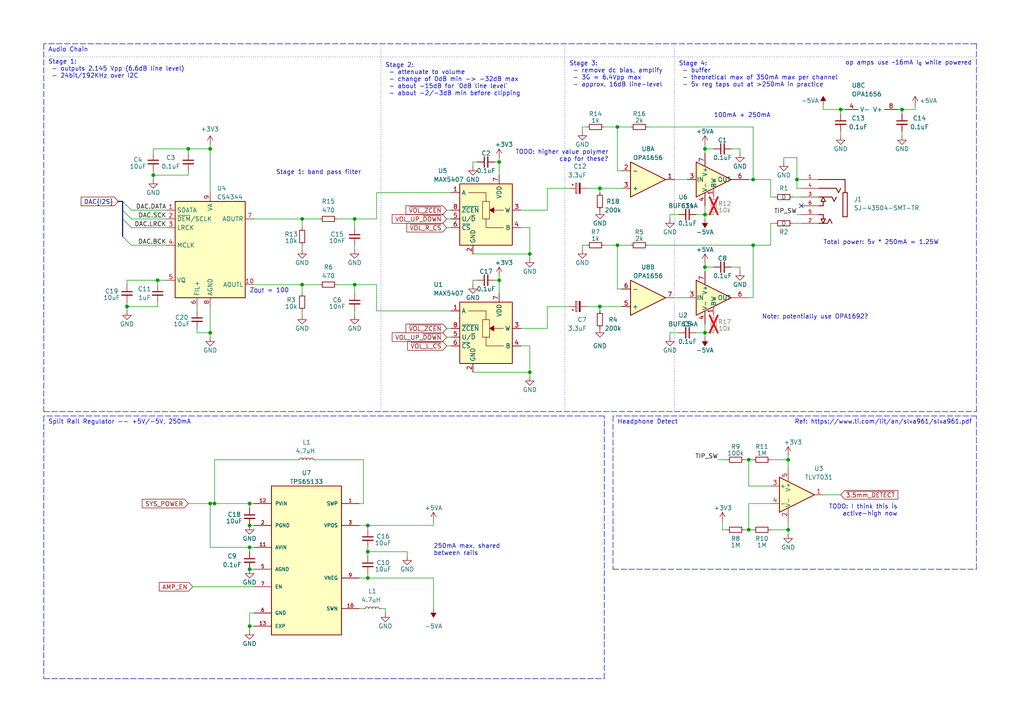
<source format=kicad_sch>
(kicad_sch (version 20230121) (generator eeschema)
  (paper "A4")
  (title_block (title "TANGARA") (date "2023-05-30") (rev "4") (company "made by jacqueline") (comment 1 "SPDX-License-Identifier: CERN-OHL-S-2.0"))
  (lib_symbols
    (symbol "Comparator:TLV7031DBV" (pin_names (offset 0.127))
      (property "Reference" "U" (at -1.27 6.35 0))
      (property "Value" "TLV7031DBV" (at -1.27 3.81 0))
      (symbol "TLV7031DBV_0_1"
        (polyline (pts (xy -5.08 5.08) (xy 5.08 0) (xy -5.08 -5.08) (xy -5.08 5.08)) (stroke (width 0.254)) (fill (type background)))
        (pin power_in line (at -2.54 -7.62 90) (length 3.81) (name "V-") (number "2"))
        (pin power_in line (at -2.54 7.62 270) (length 3.81) (name "V+") (number "5"))
      )
      (symbol "TLV7031DBV_1_1"
        (pin output line (at 7.62 0 180) (length 2.54) (name "~") (number "1"))
        (pin input line (at -7.62 2.54 0) (length 2.54) (name "+") (number "3"))
        (pin input line (at -7.62 -2.54 0) (length 2.54) (name "-") (number "4"))
      )
    )
    (symbol "Device:C_Polarized_Small" (pin_numbers hide) (pin_names (offset 0.254) hide)
      (property "Reference" "C" (at 0.254 1.778 0))
      (property "Value" "C_Polarized_Small" (at 0.254 -2.032 0))
      (symbol "C_Polarized_Small_0_1"
        (rectangle (start -1.524 -0.3048) (end 1.524 -0.6858) (fill (type outline)))
        (rectangle (start -1.524 0.6858) (end 1.524 0.3048))
        (polyline (pts (xy -1.27 1.524) (xy -0.762 1.524)))
        (polyline (pts (xy -1.016 1.27) (xy -1.016 1.778)))
      )
      (symbol "C_Polarized_Small_1_1"
        (pin passive line (at 0 2.54 270) (length 1.8542) (name "~") (number "1"))
        (pin passive line (at 0 -2.54 90) (length 1.8542) (name "~") (number "2"))
      )
    )
    (symbol "Device:C_Small" (pin_numbers hide) (pin_names (offset 0.254) hide)
      (property "Reference" "C" (at 0.254 1.778 0))
      (property "Value" "C_Small" (at 0.254 -2.032 0))
      (symbol "C_Small_0_1"
        (polyline (pts (xy -1.524 -0.508) (xy 1.524 -0.508)) (stroke (width 0.3302)))
        (polyline (pts (xy -1.524 0.508) (xy 1.524 0.508)) (stroke (width 0.3048)))
      )
      (symbol "C_Small_1_1"
        (pin passive line (at 0 2.54 270) (length 2.032) (name "~") (number "1"))
        (pin passive line (at 0 -2.54 90) (length 2.032) (name "~") (number "2"))
      )
    )
    (symbol "Device:L_Small" (pin_numbers hide) (pin_names (offset 0.254) hide)
      (property "Reference" "L" (at 0.762 1.016 0))
      (property "Value" "L_Small" (at 0.762 -1.016 0))
      (symbol "L_Small_0_1"
        (arc (start 0 -2.032) (mid 0.5058 -1.524) (end 0 -1.016))
        (arc (start 0 -1.016) (mid 0.5058 -0.508) (end 0 0))
        (arc (start 0 0) (mid 0.5058 0.508) (end 0 1.016))
        (arc (start 0 1.016) (mid 0.5058 1.524) (end 0 2.032))
      )
      (symbol "L_Small_1_1"
        (pin passive line (at 0 2.54 270) (length 0.508) (name "~") (number "1"))
        (pin passive line (at 0 -2.54 90) (length 0.508) (name "~") (number "2"))
      )
    )
    (symbol "Device:Opamp_Dual"
      (property "Reference" "U" (at 0 5.08 0))
      (property "Value" "Opamp_Dual" (at 0 -5.08 0))
      (symbol "Opamp_Dual_1_1"
        (polyline (pts (xy -5.08 5.08) (xy 5.08 0) (xy -5.08 -5.08) (xy -5.08 5.08)) (stroke (width 0.254)) (fill (type background)))
        (pin output line (at 7.62 0 180) (length 2.54) (name "~") (number "1"))
        (pin input line (at -7.62 -2.54 0) (length 2.54) (name "-") (number "2"))
        (pin input line (at -7.62 2.54 0) (length 2.54) (name "+") (number "3"))
      )
      (symbol "Opamp_Dual_2_1"
        (polyline (pts (xy -5.08 5.08) (xy 5.08 0) (xy -5.08 -5.08) (xy -5.08 5.08)) (stroke (width 0.254)) (fill (type background)))
        (pin input line (at -7.62 2.54 0) (length 2.54) (name "+") (number "5"))
        (pin input line (at -7.62 -2.54 0) (length 2.54) (name "-") (number "6"))
        (pin output line (at 7.62 0 180) (length 2.54) (name "~") (number "7"))
      )
      (symbol "Opamp_Dual_3_1"
        (pin power_in line (at -2.54 -7.62 90) (length 3.81) (name "V-") (number "4"))
        (pin power_in line (at -2.54 7.62 270) (length 3.81) (name "V+") (number "8"))
      )
    )
    (symbol "Device:R_Small" (pin_numbers hide) (pin_names (offset 0.254) hide)
      (property "Reference" "R" (at 0.762 0.508 0))
      (property "Value" "R_Small" (at 0.762 -1.016 0))
      (symbol "R_Small_0_1"
        (rectangle (start -0.762 1.778) (end 0.762 -1.778) (stroke (width 0.2032)))
      )
      (symbol "R_Small_1_1"
        (pin passive line (at 0 2.54 270) (length 0.762) (name "~") (number "1"))
        (pin passive line (at 0 -2.54 90) (length 0.762) (name "~") (number "2"))
      )
    )
    (symbol "MAX5407_1"
      (property "Reference" "U" (at -7.62 8.89 0))
      (property "Value" "MAX5407" (at 1.27 8.89 0))
      (symbol "MAX5407_1_0_1"
        (polyline (pts (xy 0 -2.54) (xy 0 -5.08) (xy 5.08 -5.08)))
        (polyline (pts (xy 5.08 0) (xy 3.81 0) (xy 1.27 0)))
        (polyline (pts (xy -5.08 5.08) (xy -2.54 5.08) (xy -2.54 5.08) (xy 0 5.08) (xy 0 2.54)))
      )
      (symbol "MAX5407_1_1_0"
        (pin passive line (at -10.16 -5.08 0) (length 2.54) (name "~{CS}") (number "6"))
        (pin passive line (at 3.81 10.16 270) (length 2.54) (name "VDD") (number "7"))
      )
      (symbol "MAX5407_1_1_1"
        (rectangle (start -7.62 7.62) (end 7.62 -10.16) (stroke (width 0.254)) (fill (type background)))
        (polyline (pts (xy 2.286 -0.762) (xy 2.286 0.762) (xy 1.016 0) (xy 2.286 -0.762)) (fill (type outline)))
        (rectangle (start 1.016 -2.54) (end -1.016 2.54))
        (pin passive line (at -10.16 5.08 0) (length 2.54) (name "A") (number "1"))
        (pin passive line (at -3.81 -12.7 90) (length 2.54) (name "GND") (number "2"))
        (pin passive line (at 10.16 0 180) (length 2.54) (name "W") (number "3"))
        (pin passive line (at 10.16 -5.08 180) (length 2.54) (name "B") (number "4"))
        (pin power_in line (at -10.16 -2.54 0) (length 2.54) (name "U/~{D}") (number "5"))
        (pin power_in line (at -10.16 0 0) (length 2.54) (name "~{ZCEN}") (number "8"))
      )
    )
    (symbol "power:+3V3" (power) (pin_names (offset 0))
      (property "Value" "+3V3" (at 0 3.556 0))
      (symbol "+3V3_0_1"
        (polyline (pts (xy -0.762 1.27) (xy 0 2.54)))
        (polyline (pts (xy 0 0) (xy 0 2.54)))
        (polyline (pts (xy 0 2.54) (xy 0.762 1.27)))
      )
      (symbol "+3V3_1_1"
        (pin power_in line (at 0 0 90) (length 0) hide (name "+3V3") (number "1"))
      )
    )
    (symbol "power:+5VA" (power) (pin_names (offset 0))
      (property "Value" "+5VA" (at 0 3.556 0))
      (symbol "+5VA_0_1"
        (polyline (pts (xy -0.762 1.27) (xy 0 2.54)))
        (polyline (pts (xy 0 0) (xy 0 2.54)))
        (polyline (pts (xy 0 2.54) (xy 0.762 1.27)))
      )
      (symbol "+5VA_1_1"
        (pin power_in line (at 0 0 90) (length 0) hide (name "+5VA") (number "1"))
      )
    )
    (symbol "power:-5VA" (power) (pin_names (offset 0))
      (property "Value" "-5VA" (at 0 3.81 0))
      (symbol "-5VA_0_0"
        (pin power_in line (at 0 0 90) (length 0) hide (name "-5VA") (number "1"))
      )
      (symbol "-5VA_0_1"
        (polyline (pts (xy 0 0) (xy 0 1.27) (xy 0.762 1.27) (xy 0 2.54) (xy -0.762 1.27) (xy 0 1.27)) (fill (type outline)))
      )
    )
    (symbol "power:GND" (power) (pin_names (offset 0))
      (property "Value" "GND" (at 0 -3.81 0))
      (symbol "GND_0_1"
        (polyline (pts (xy 0 0) (xy 0 -1.27) (xy 1.27 -1.27) (xy 0 -2.54) (xy -1.27 -1.27) (xy 0 -1.27)))
      )
      (symbol "GND_1_1"
        (pin power_in line (at 0 0 270) (length 0) hide (name "GND") (number "1"))
      )
    )
    (symbol "symbols:BUF634A" (pin_names (offset 0.127))
      (property "Reference" "U" (at 6.35 2.54 0))
      (property "Value" "BUF634A" (at 7.62 -2.54 0))
      (symbol "BUF634A_0_1"
        (polyline (pts (xy 5.08 0) (xy -5.08 5.08) (xy -5.08 -5.08) (xy 5.08 0)) (stroke (width 0.254)) (fill (type background)))
      )
      (symbol "BUF634A_1_1"
        (pin input line (at 0 -5.08 90) (length 2.54) (name "BW") (number "1"))
        (pin no_connect line (at -1.27 -1.27 180) (length 2.54) hide (name "NC") (number "2"))
        (pin input line (at -7.62 0 0) (length 2.54) (name "IN") (number "3"))
        (pin power_in line (at -2.54 -7.62 90) (length 3.81) (name "V-") (number "4"))
        (pin no_connect line (at -5.08 -2.54 0) (length 2.54) hide (name "NC") (number "5"))
        (pin output line (at 10.16 0 180) (length 5.08) (name "OUT") (number "6"))
        (pin power_in line (at -2.54 7.62 270) (length 3.81) (name "V+") (number "7"))
        (pin no_connect line (at 0 0 180) (length 2.54) hide (name "NC") (number "8"))
        (pin power_in line (at -2.54 -7.62 90) (length 2.54) hide (name "EP") (number "9"))
      )
    )
    (symbol "symbols:CS4334_1"
      (property "Reference" "U" (at -10.16 8.89 0))
      (property "Value" "CS4334" (at 6.35 -8.89 0))
      (symbol "CS4334_1_0_1"
        (rectangle (start -10.16 7.62) (end 10.16 -20.32) (stroke (width 0.254)) (fill (type background)))
      )
      (symbol "CS4334_1_1_0"
        (pin output line (at -12.7 -15.24 0) (length 2.54) (name "VQ") (number "5"))
        (pin output line (at -3.81 -22.86 90) (length 2.54) (name "FIL+") (number "6"))
      )
      (symbol "CS4334_1_1_1"
        (pin input line (at -12.7 5.08 0) (length 2.54) (name "SDATA") (number "1"))
        (pin output line (at 12.7 -16.51 180) (length 2.54) (name "AOUTL") (number "10"))
        (pin input line (at -12.7 2.54 0) (length 2.54) (name "~{DEM}/SCLK") (number "2"))
        (pin input line (at -12.7 0 0) (length 2.54) (name "LRCK") (number "3"))
        (pin input line (at -12.7 -5.08 0) (length 2.54) (name "MCLK") (number "4"))
        (pin output line (at 12.7 2.54 180) (length 2.54) (name "AOUTR") (number "7"))
        (pin power_in line (at 0 -22.86 90) (length 2.54) (name "AGND") (number "8"))
        (pin power_in line (at 0 10.16 270) (length 2.54) (name "VA") (number "9"))
      )
    )
    (symbol "symbols:MAX5407"
      (property "Reference" "U" (at -7.62 8.89 0))
      (property "Value" "MAX5407" (at 1.27 8.89 0))
      (symbol "MAX5407_0_1"
        (polyline (pts (xy 0 -2.54) (xy 0 -5.08) (xy 5.08 -5.08)))
        (polyline (pts (xy 5.08 0) (xy 3.81 0) (xy 1.27 0)))
        (polyline (pts (xy -5.08 5.08) (xy -2.54 5.08) (xy -2.54 5.08) (xy 0 5.08) (xy 0 2.54)))
      )
      (symbol "MAX5407_1_0"
        (pin passive line (at -10.16 -5.08 0) (length 2.54) (name "~{CS}") (number "6"))
        (pin passive line (at 3.81 10.16 270) (length 2.54) (name "VDD") (number "7"))
      )
      (symbol "MAX5407_1_1"
        (rectangle (start -7.62 7.62) (end 7.62 -10.16) (stroke (width 0.254)) (fill (type background)))
        (polyline (pts (xy 2.286 -0.762) (xy 2.286 0.762) (xy 1.016 0) (xy 2.286 -0.762)) (fill (type outline)))
        (rectangle (start 1.016 -2.54) (end -1.016 2.54))
        (pin passive line (at -10.16 5.08 0) (length 2.54) (name "A") (number "1"))
        (pin passive line (at -3.81 -12.7 90) (length 2.54) (name "GND") (number "2"))
        (pin passive line (at 10.16 0 180) (length 2.54) (name "W") (number "3"))
        (pin passive line (at 10.16 -5.08 180) (length 2.54) (name "B") (number "4"))
        (pin power_in line (at -10.16 -2.54 0) (length 2.54) (name "U/~{D}") (number "5"))
        (pin power_in line (at -10.16 0 0) (length 2.54) (name "~{ZCEN}") (number "8"))
      )
    )
    (symbol "symbols:SJ-43504-SMT-TR" (pin_names (offset 1.016))
      (property "Reference" "J" (at -8.9086 6.3633 0))
      (property "Value" "SJ-43504-SMT-TR" (at -8.8984 -11.4407 0))
      (symbol "SJ-43504-SMT-TR_0_0"
        (polyline (pts (xy -8.255 -5.715) (xy -8.255 1.27)) (stroke (width 0.254)))
        (polyline (pts (xy -8.255 1.27) (xy -7.62 1.27)) (stroke (width 0.254)))
        (polyline (pts (xy -7.62 1.27) (xy -6.985 1.27)) (stroke (width 0.254)))
        (polyline (pts (xy -7.62 5.08) (xy -7.62 1.27)) (stroke (width 0.254)))
        (polyline (pts (xy -6.985 -5.715) (xy -8.255 -5.715)) (stroke (width 0.254)))
        (polyline (pts (xy -6.985 1.27) (xy -6.985 -5.715)) (stroke (width 0.254)))
        (polyline (pts (xy -5.715 1.27) (xy -6.35 2.54)) (stroke (width 0.254)))
        (polyline (pts (xy -5.08 2.54) (xy -5.715 1.27)) (stroke (width 0.254)))
        (polyline (pts (xy -4.445 -1.27) (xy -5.08 0)) (stroke (width 0.254)))
        (polyline (pts (xy -3.81 0) (xy -4.445 -1.27)) (stroke (width 0.254)))
        (polyline (pts (xy -3.175 -6.35) (xy -3.81 -7.62)) (stroke (width 0.254)))
        (polyline (pts (xy -2.54 -7.62) (xy -3.175 -6.35)) (stroke (width 0.254)))
        (polyline (pts (xy -1.905 -6.35) (xy -1.27 -6.35)) (stroke (width 0.254)))
        (polyline (pts (xy -1.905 -1.27) (xy -1.27 -1.27)) (stroke (width 0.254)))
        (polyline (pts (xy -1.27 -7.62) (xy -2.54 -7.62)) (stroke (width 0.254)))
        (polyline (pts (xy -1.27 -7.62) (xy -1.905 -6.35)) (stroke (width 0.254)))
        (polyline (pts (xy -1.27 -6.35) (xy -0.635 -6.35)) (stroke (width 0.254)))
        (polyline (pts (xy -1.27 -5.08) (xy -1.27 -6.35)) (stroke (width 0.254)))
        (polyline (pts (xy -1.27 -2.54) (xy -1.27 -1.27)) (stroke (width 0.254)))
        (polyline (pts (xy -1.27 -1.27) (xy -0.635 -1.27)) (stroke (width 0.254)))
        (polyline (pts (xy -1.27 0) (xy -3.81 0)) (stroke (width 0.254)))
        (polyline (pts (xy -1.27 0) (xy -1.905 -1.27)) (stroke (width 0.254)))
        (polyline (pts (xy -0.635 -6.35) (xy -1.27 -7.62)) (stroke (width 0.254)))
        (polyline (pts (xy -0.635 -1.27) (xy -1.27 0)) (stroke (width 0.254)))
        (polyline (pts (xy 0 -7.62) (xy -1.27 -7.62)) (stroke (width 0.254)))
        (polyline (pts (xy 0 -5.08) (xy -1.27 -5.08)) (stroke (width 0.254)))
        (polyline (pts (xy 0 -2.54) (xy -1.27 -2.54)) (stroke (width 0.254)))
        (polyline (pts (xy 0 0) (xy -1.27 0)) (stroke (width 0.254)))
        (polyline (pts (xy 0 2.54) (xy -5.08 2.54)) (stroke (width 0.254)))
        (polyline (pts (xy 0 5.08) (xy -7.62 5.08)) (stroke (width 0.254)))
        (pin passive line (at 5.08 5.08 180) (length 5.08) (name "~") (number "1"))
        (pin passive line (at 5.08 -7.62 180) (length 5.08) (name "~") (number "2"))
        (pin passive line (at 5.08 0 180) (length 5.08) (name "~") (number "3"))
        (pin passive line (at 5.08 2.54 180) (length 5.08) (name "~") (number "4"))
        (pin passive line (at 5.08 -5.08 180) (length 5.08) (name "~") (number "5"))
        (pin passive line (at 5.08 -2.54 180) (length 5.08) (name "~") (number "6"))
      )
    )
    (symbol "symbols:TPS65135RTER" (pin_names (offset 1.016))
      (property "Reference" "U" (at -10.16 23.622 0))
      (property "Value" "TPS65135RTER" (at -10.16 -22.86 0))
      (symbol "TPS65135RTER_0_0"
        (rectangle (start -10.16 22.86) (end 10.16 -20.32) (stroke (width 0.254)) (fill (type background)))
        (pin bidirectional line (at 15.24 17.78 180) (length 5.08) (name "SWP") (number "1"))
        (pin bidirectional line (at 15.24 -12.7 180) (length 5.08) (name "SWN") (number "10"))
        (pin bidirectional line (at -15.24 5.08 0) (length 5.08) (name "AVIN") (number "11"))
        (pin bidirectional line (at -15.24 17.78 0) (length 5.08) (name "PVIN") (number "12"))
        (pin power_in line (at -15.24 -17.78 0) (length 5.08) (name "EXP") (number "13"))
        (pin power_in line (at -15.24 11.43 0) (length 5.08) (name "PGND") (number "2"))
        (pin output line (at 15.24 11.43 180) (length 5.08) (name "VPOS") (number "3"))
        (pin power_in line (at -15.24 -13.97 0) (length 5.08) hide (name "GND") (number "4"))
        (pin input line (at -15.24 -1.27 0) (length 5.08) (name "AGND") (number "5"))
        (pin power_in line (at -15.24 -13.97 0) (length 5.08) (name "GND") (number "6"))
        (pin input line (at -15.24 -6.35 0) (length 5.08) (name "EN") (number "7"))
        (pin output line (at -15.24 -13.97 0) (length 5.08) hide (name "GND") (number "8"))
        (pin output line (at 15.24 -3.81 180) (length 5.08) (name "VNEG") (number "9"))
      )
    )
  )
  (junction (at 204.47 43.18))
  (junction (at 261.62 31.75))
  (junction (at 153.67 107.95))
  (junction (at 44.45 50.8))
  (junction (at 45.72 81.28))
  (junction (at 60.96 96.52))
  (junction (at 36.83 88.9))
  (junction (at 54.61 43.18))
  (junction (at 87.63 82.55))
  (junction (at 179.07 71.12))
  (junction (at 204.47 96.52))
  (junction (at 60.96 146.05))
  (junction (at 228.6 153.67))
  (junction (at 72.39 181.61))
  (junction (at 144.78 81.28))
  (junction (at 153.67 73.66))
  (junction (at 106.68 167.64))
  (junction (at 72.39 165.1))
  (junction (at 218.44 71.12))
  (junction (at 72.39 152.4))
  (junction (at 173.99 54.61))
  (junction (at 60.96 43.18))
  (junction (at 179.07 36.83))
  (junction (at 173.99 88.9))
  (junction (at 72.39 158.75))
  (junction (at 62.23 146.05))
  (junction (at 231.14 52.07))
  (junction (at 218.44 52.07))
  (junction (at 217.17 133.35))
  (junction (at 106.68 152.4))
  (junction (at 102.87 82.55))
  (junction (at 106.68 160.02))
  (junction (at 144.78 46.99))
  (junction (at 72.39 146.05))
  (junction (at 204.47 77.47))
  (junction (at 217.17 153.67))
  (junction (at 243.84 31.75))
  (junction (at 204.47 62.23))
  (junction (at 87.63 63.5))
  (junction (at 228.6 133.35))
  (junction (at 102.87 63.5))
  (no_connect (at 232.41 59.69))
  (bus_entry (at 35.56 63.5) (size 2.54 2.54))
  (bus_entry (at 35.56 60.96) (size 2.54 2.54))
  (bus_entry (at 35.56 58.42) (size 2.54 2.54))
  (bus_entry (at 35.56 68.58) (size 2.54 2.54))
  (wire (pts (xy 57.15 90.17) (xy 57.15 88.9)))
  (wire (pts (xy 153.67 107.95) (xy 153.67 100.33)))
  (wire (pts (xy 54.61 43.18) (xy 60.96 43.18)))
  (wire (pts (xy 104.14 146.05) (xy 105.41 146.05)))
  (polyline (pts (xy 175.26 120.65) (xy 12.7 120.65)) (stroke (width 0) (type dash)))
  (polyline (pts (xy 12.7 16.51) (xy 283.21 16.51)) (stroke (width 0) (type dot)))
  (wire (pts (xy 214.63 43.18) (xy 212.09 43.18)))
  (wire (pts (xy 44.45 49.53) (xy 44.45 50.8)))
  (wire (pts (xy 54.61 50.8) (xy 44.45 50.8)))
  (wire (pts (xy 207.01 77.47) (xy 204.47 77.47)))
  (polyline (pts (xy 283.21 12.7) (xy 12.7 12.7)) (stroke (width 0) (type dash)))
  (wire (pts (xy 261.62 31.75) (xy 260.35 31.75)))
  (wire (pts (xy 180.34 83.82) (xy 179.07 83.82)))
  (wire (pts (xy 137.16 107.95) (xy 153.67 107.95)))
  (polyline (pts (xy 283.21 119.38) (xy 283.21 12.7)) (stroke (width 0) (type dash)))
  (wire (pts (xy 60.96 43.18) (xy 60.96 55.88)))
  (wire (pts (xy 238.76 31.75) (xy 243.84 31.75)))
  (polyline (pts (xy 163.83 12.7) (xy 163.83 119.38)) (stroke (width 0) (type dot)))
  (wire (pts (xy 153.67 66.04) (xy 151.13 66.04)))
  (wire (pts (xy 62.23 133.35) (xy 86.36 133.35)))
  (wire (pts (xy 105.41 176.53) (xy 104.14 176.53)))
  (wire (pts (xy 243.84 31.75) (xy 245.11 31.75)))
  (wire (pts (xy 223.52 57.15) (xy 224.79 57.15)))
  (wire (pts (xy 44.45 44.45) (xy 44.45 43.18)))
  (wire (pts (xy 60.96 158.75) (xy 60.96 146.05)))
  (wire (pts (xy 151.13 95.25) (xy 158.75 95.25)))
  (wire (pts (xy 223.52 140.97) (xy 217.17 140.97)))
  (wire (pts (xy 153.67 73.66) (xy 153.67 66.04)))
  (wire (pts (xy 143.51 81.28) (xy 144.78 81.28)))
  (wire (pts (xy 173.99 88.9) (xy 180.34 88.9)))
  (wire (pts (xy 209.55 153.67) (xy 210.82 153.67)))
  (wire (pts (xy 111.76 176.53) (xy 111.76 177.8)))
  (wire (pts (xy 261.62 39.37) (xy 261.62 38.1)))
  (wire (pts (xy 60.96 146.05) (xy 62.23 146.05)))
  (polyline (pts (xy 283.21 120.65) (xy 177.8 120.65)) (stroke (width 0) (type dash)))
  (wire (pts (xy 238.76 143.51) (xy 243.84 143.51)))
  (bus (pts (xy 35.56 60.96) (xy 35.56 63.5)))
  (wire (pts (xy 227.33 45.72) (xy 227.33 46.99)))
  (wire (pts (xy 129.54 97.79) (xy 130.81 97.79)))
  (wire (pts (xy 179.07 36.83) (xy 182.88 36.83)))
  (wire (pts (xy 105.41 146.05) (xy 105.41 133.35)))
  (wire (pts (xy 207.01 43.18) (xy 204.47 43.18)))
  (wire (pts (xy 151.13 60.96) (xy 158.75 60.96)))
  (wire (pts (xy 106.68 152.4) (xy 106.68 153.67)))
  (wire (pts (xy 194.31 63.5) (xy 194.31 62.23)))
  (wire (pts (xy 60.96 96.52) (xy 60.96 88.9)))
  (wire (pts (xy 243.84 33.02) (xy 243.84 31.75)))
  (wire (pts (xy 72.39 182.88) (xy 72.39 181.61)))
  (wire (pts (xy 137.16 82.55) (xy 137.16 81.28)))
  (wire (pts (xy 228.6 132.08) (xy 228.6 133.35)))
  (wire (pts (xy 187.96 71.12) (xy 218.44 71.12)))
  (wire (pts (xy 125.73 167.64) (xy 106.68 167.64)))
  (wire (pts (xy 223.52 57.15) (xy 223.52 52.07)))
  (wire (pts (xy 109.22 55.88) (xy 109.22 63.5)))
  (wire (pts (xy 231.14 52.07) (xy 232.41 52.07)))
  (wire (pts (xy 62.23 146.05) (xy 62.23 133.35)))
  (wire (pts (xy 204.47 62.23) (xy 207.01 62.23)))
  (wire (pts (xy 153.67 74.93) (xy 153.67 73.66)))
  (wire (pts (xy 217.17 140.97) (xy 217.17 133.35)))
  (wire (pts (xy 158.75 60.96) (xy 158.75 54.61)))
  (wire (pts (xy 261.62 33.02) (xy 261.62 31.75)))
  (bus (pts (xy 35.56 63.5) (xy 35.56 68.58)))
  (wire (pts (xy 102.87 82.55) (xy 109.22 82.55)))
  (wire (pts (xy 54.61 43.18) (xy 54.61 44.45)))
  (wire (pts (xy 265.43 31.75) (xy 261.62 31.75)))
  (wire (pts (xy 223.52 146.05) (xy 217.17 146.05)))
  (wire (pts (xy 194.31 62.23) (xy 196.85 62.23)))
  (wire (pts (xy 106.68 160.02) (xy 106.68 161.29)))
  (wire (pts (xy 125.73 151.13) (xy 125.73 152.4)))
  (wire (pts (xy 231.14 45.72) (xy 227.33 45.72)))
  (polyline (pts (xy 283.21 165.1) (xy 283.21 120.65)) (stroke (width 0) (type dash)))
  (wire (pts (xy 218.44 52.07) (xy 218.44 36.83)))
  (wire (pts (xy 44.45 43.18) (xy 54.61 43.18)))
  (wire (pts (xy 137.16 73.66) (xy 153.67 73.66)))
  (wire (pts (xy 215.9 153.67) (xy 217.17 153.67)))
  (wire (pts (xy 87.63 63.5) (xy 92.71 63.5)))
  (wire (pts (xy 179.07 49.53) (xy 179.07 36.83)))
  (wire (pts (xy 223.52 52.07) (xy 218.44 52.07)))
  (wire (pts (xy 106.68 152.4) (xy 125.73 152.4)))
  (wire (pts (xy 204.47 97.79) (xy 204.47 96.52)))
  (wire (pts (xy 36.83 88.9) (xy 36.83 90.17)))
  (wire (pts (xy 204.47 41.91) (xy 204.47 43.18)))
  (wire (pts (xy 215.9 133.35) (xy 217.17 133.35)))
  (wire (pts (xy 73.66 82.55) (xy 87.63 82.55)))
  (wire (pts (xy 223.52 71.12) (xy 218.44 71.12)))
  (wire (pts (xy 38.1 60.96) (xy 48.26 60.96)))
  (wire (pts (xy 137.16 46.99) (xy 138.43 46.99)))
  (wire (pts (xy 38.1 63.5) (xy 48.26 63.5)))
  (wire (pts (xy 201.93 62.23) (xy 204.47 62.23)))
  (wire (pts (xy 187.96 36.83) (xy 218.44 36.83)))
  (wire (pts (xy 223.52 133.35) (xy 228.6 133.35)))
  (wire (pts (xy 109.22 90.17) (xy 130.81 90.17)))
  (wire (pts (xy 231.14 62.23) (xy 232.41 62.23)))
  (wire (pts (xy 104.14 152.4) (xy 106.68 152.4)))
  (wire (pts (xy 62.23 146.05) (xy 72.39 146.05)))
  (wire (pts (xy 218.44 86.36) (xy 218.44 71.12)))
  (wire (pts (xy 173.99 90.17) (xy 173.99 88.9)))
  (wire (pts (xy 153.67 109.22) (xy 153.67 107.95)))
  (bus (pts (xy 34.29 58.42) (xy 35.56 58.42)))
  (wire (pts (xy 170.18 54.61) (xy 173.99 54.61)))
  (wire (pts (xy 72.39 181.61) (xy 73.66 181.61)))
  (wire (pts (xy 57.15 95.25) (xy 57.15 96.52)))
  (wire (pts (xy 173.99 55.88) (xy 173.99 54.61)))
  (bus (pts (xy 35.56 58.42) (xy 35.56 60.96)))
  (polyline (pts (xy 177.8 165.1) (xy 283.21 165.1)) (stroke (width 0) (type dash)))
  (wire (pts (xy 170.18 88.9) (xy 173.99 88.9)))
  (wire (pts (xy 106.68 158.75) (xy 106.68 160.02)))
  (wire (pts (xy 217.17 153.67) (xy 218.44 153.67)))
  (wire (pts (xy 194.31 96.52) (xy 196.85 96.52)))
  (wire (pts (xy 54.61 146.05) (xy 60.96 146.05)))
  (polyline (pts (xy 12.7 12.7) (xy 12.7 119.38)) (stroke (width 0) (type dash)))
  (wire (pts (xy 228.6 154.94) (xy 228.6 153.67)))
  (wire (pts (xy 87.63 85.09) (xy 87.63 82.55)))
  (wire (pts (xy 204.47 96.52) (xy 204.47 93.98)))
  (wire (pts (xy 204.47 76.2) (xy 204.47 77.47)))
  (wire (pts (xy 231.14 52.07) (xy 231.14 45.72)))
  (polyline (pts (xy 175.26 196.85) (xy 175.26 120.65)) (stroke (width 0) (type dash)))
  (wire (pts (xy 57.15 96.52) (xy 60.96 96.52)))
  (wire (pts (xy 194.31 97.79) (xy 194.31 96.52)))
  (wire (pts (xy 137.16 81.28) (xy 138.43 81.28)))
  (wire (pts (xy 102.87 72.39) (xy 102.87 71.12)))
  (wire (pts (xy 73.66 63.5) (xy 87.63 63.5)))
  (wire (pts (xy 231.14 54.61) (xy 232.41 54.61)))
  (wire (pts (xy 87.63 91.44) (xy 87.63 90.17)))
  (wire (pts (xy 204.47 62.23) (xy 204.47 59.69)))
  (wire (pts (xy 195.58 52.07) (xy 199.39 52.07)))
  (wire (pts (xy 158.75 95.25) (xy 158.75 88.9)))
  (wire (pts (xy 153.67 100.33) (xy 151.13 100.33)))
  (wire (pts (xy 217.17 133.35) (xy 218.44 133.35)))
  (wire (pts (xy 54.61 49.53) (xy 54.61 50.8)))
  (wire (pts (xy 144.78 80.01) (xy 144.78 81.28)))
  (wire (pts (xy 223.52 64.77) (xy 223.52 71.12)))
  (wire (pts (xy 118.11 160.02) (xy 106.68 160.02)))
  (wire (pts (xy 214.63 77.47) (xy 212.09 77.47)))
  (wire (pts (xy 87.63 72.39) (xy 87.63 71.12)))
  (wire (pts (xy 102.87 63.5) (xy 109.22 63.5)))
  (wire (pts (xy 243.84 39.37) (xy 243.84 38.1)))
  (wire (pts (xy 87.63 66.04) (xy 87.63 63.5)))
  (polyline (pts (xy 12.7 120.65) (xy 12.7 196.85)) (stroke (width 0) (type dash)))
  (wire (pts (xy 55.88 170.18) (xy 73.66 170.18)))
  (wire (pts (xy 265.43 31.75) (xy 265.43 30.48)))
  (wire (pts (xy 104.14 167.64) (xy 106.68 167.64)))
  (polyline (pts (xy 12.7 196.85) (xy 175.26 196.85)) (stroke (width 0) (type dash)))
  (wire (pts (xy 60.96 97.79) (xy 60.96 96.52)))
  (wire (pts (xy 129.54 63.5) (xy 130.81 63.5)))
  (wire (pts (xy 72.39 165.1) (xy 73.66 165.1)))
  (wire (pts (xy 129.54 100.33) (xy 130.81 100.33)))
  (wire (pts (xy 72.39 158.75) (xy 73.66 158.75)))
  (wire (pts (xy 209.55 151.13) (xy 209.55 153.67)))
  (wire (pts (xy 129.54 60.96) (xy 130.81 60.96)))
  (wire (pts (xy 129.54 66.04) (xy 130.81 66.04)))
  (wire (pts (xy 72.39 152.4) (xy 73.66 152.4)))
  (wire (pts (xy 223.52 64.77) (xy 224.79 64.77)))
  (wire (pts (xy 144.78 85.09) (xy 144.78 81.28)))
  (wire (pts (xy 204.47 63.5) (xy 204.47 62.23)))
  (wire (pts (xy 137.16 48.26) (xy 137.16 46.99)))
  (wire (pts (xy 143.51 46.99) (xy 144.78 46.99)))
  (wire (pts (xy 173.99 54.61) (xy 180.34 54.61)))
  (wire (pts (xy 38.1 71.12) (xy 48.26 71.12)))
  (wire (pts (xy 125.73 176.53) (xy 125.73 167.64)))
  (wire (pts (xy 105.41 133.35) (xy 91.44 133.35)))
  (wire (pts (xy 36.83 81.28) (xy 36.83 82.55)))
  (wire (pts (xy 204.47 96.52) (xy 207.01 96.52)))
  (wire (pts (xy 208.28 133.35) (xy 210.82 133.35)))
  (wire (pts (xy 45.72 87.63) (xy 45.72 88.9)))
  (wire (pts (xy 217.17 86.36) (xy 218.44 86.36)))
  (wire (pts (xy 72.39 146.05) (xy 72.39 147.32)))
  (wire (pts (xy 195.58 86.36) (xy 199.39 86.36)))
  (wire (pts (xy 72.39 146.05) (xy 73.66 146.05)))
  (wire (pts (xy 106.68 166.37) (xy 106.68 167.64)))
  (wire (pts (xy 204.47 43.18) (xy 204.47 44.45)))
  (wire (pts (xy 102.87 91.44) (xy 102.87 90.17)))
  (wire (pts (xy 102.87 82.55) (xy 102.87 85.09)))
  (wire (pts (xy 110.49 176.53) (xy 111.76 176.53)))
  (wire (pts (xy 180.34 49.53) (xy 179.07 49.53)))
  (wire (pts (xy 175.26 36.83) (xy 179.07 36.83)))
  (wire (pts (xy 109.22 55.88) (xy 130.81 55.88)))
  (wire (pts (xy 204.47 77.47) (xy 204.47 78.74)))
  (wire (pts (xy 217.17 52.07) (xy 218.44 52.07)))
  (wire (pts (xy 168.91 38.1) (xy 168.91 36.83)))
  (wire (pts (xy 129.54 95.25) (xy 130.81 95.25)))
  (wire (pts (xy 179.07 83.82) (xy 179.07 71.12)))
  (wire (pts (xy 228.6 133.35) (xy 228.6 135.89)))
  (wire (pts (xy 72.39 158.75) (xy 60.96 158.75)))
  (wire (pts (xy 87.63 82.55) (xy 92.71 82.55)))
  (wire (pts (xy 158.75 54.61) (xy 165.1 54.61)))
  (wire (pts (xy 38.1 66.04) (xy 48.26 66.04)))
  (wire (pts (xy 48.26 81.28) (xy 45.72 81.28)))
  (wire (pts (xy 45.72 81.28) (xy 36.83 81.28)))
  (wire (pts (xy 45.72 88.9) (xy 36.83 88.9)))
  (wire (pts (xy 201.93 96.52) (xy 204.47 96.52)))
  (wire (pts (xy 36.83 87.63) (xy 36.83 88.9)))
  (wire (pts (xy 214.63 44.45) (xy 214.63 43.18)))
  (wire (pts (xy 217.17 146.05) (xy 217.17 153.67)))
  (wire (pts (xy 118.11 161.29) (xy 118.11 160.02)))
  (wire (pts (xy 73.66 177.8) (xy 72.39 177.8)))
  (wire (pts (xy 72.39 160.02) (xy 72.39 158.75)))
  (wire (pts (xy 168.91 72.39) (xy 168.91 71.12)))
  (wire (pts (xy 179.07 71.12) (xy 182.88 71.12)))
  (wire (pts (xy 45.72 81.28) (xy 45.72 82.55)))
  (wire (pts (xy 223.52 153.67) (xy 228.6 153.67)))
  (wire (pts (xy 231.14 52.07) (xy 231.14 54.61)))
  (polyline (pts (xy 110.49 12.7) (xy 110.49 119.38)) (stroke (width 0) (type dot)))
  (wire (pts (xy 102.87 63.5) (xy 102.87 66.04)))
  (wire (pts (xy 97.79 82.55) (xy 102.87 82.55)))
  (polyline (pts (xy 195.58 12.7) (xy 195.58 119.38)) (stroke (width 0) (type dot)))
  (polyline (pts (xy 177.8 120.65) (xy 177.8 165.1)) (stroke (width 0) (type dash)))
  (wire (pts (xy 44.45 52.07) (xy 44.45 50.8)))
  (wire (pts (xy 168.91 71.12) (xy 170.18 71.12)))
  (wire (pts (xy 238.76 31.75) (xy 238.76 30.48)))
  (wire (pts (xy 97.79 63.5) (xy 102.87 63.5)))
  (wire (pts (xy 144.78 50.8) (xy 144.78 46.99)))
  (wire (pts (xy 228.6 153.67) (xy 228.6 151.13)))
  (wire (pts (xy 175.26 71.12) (xy 179.07 71.12)))
  (wire (pts (xy 144.78 45.72) (xy 144.78 46.99)))
  (wire (pts (xy 214.63 78.74) (xy 214.63 77.47)))
  (wire (pts (xy 109.22 82.55) (xy 109.22 90.17)))
  (polyline (pts (xy 12.7 119.38) (xy 283.21 119.38)) (stroke (width 0) (type dash)))
  (wire (pts (xy 60.96 41.91) (xy 60.96 43.18)))
  (wire (pts (xy 229.87 57.15) (xy 232.41 57.15)))
  (wire (pts (xy 229.87 64.77) (xy 232.41 64.77)))
  (wire (pts (xy 72.39 177.8) (xy 72.39 181.61)))
  (wire (pts (xy 158.75 88.9) (xy 165.1 88.9)))
  (wire (pts (xy 168.91 36.83) (xy 170.18 36.83)))
  (text "Stage 2:\n - attenuate to volume\n - change of 0dB min -> -32dB max\n - about -15dB for `0dB line level`\n - about -2/-3dB min before clipping" (at 111.76 27.94 0) (effects (font (size 1.27 1.27)) (justify left bottom)))
  (text "Note: potentially use OPA1692?" (at 220.98 92.71 0) (effects (font (size 1.27 1.27)) (justify left bottom)))
  (text "100mA + 250mA" (at 207.01 34.29 0) (effects (font (size 1.27 1.27)) (justify left bottom)))
  (text "Stage 3:\n - remove dc bias, amplify\n - 3G = 6.4Vpp max\n - approx. 16dB line-level" (at 165.1 25.4 0) (effects (font (size 1.27 1.27)) (justify left bottom)))
  (text "TODO: higher value polymer\ncap for these?" (at 176.53 46.99 0) (effects (font (size 1.27 1.27)) (justify right bottom)))
  (text "Audio Chain\n" (at 13.97 15.24 0) (effects (font (size 1.27 1.27)) (justify left bottom)))
  (text "Total power: 5v * 250mA = 1.25W" (at 238.76 71.12 0) (effects (font (size 1.27 1.27)) (justify left bottom)))
  (text "TODO: I think this is\nactive-high now" (at 260.35 149.86 0) (effects (font (size 1.27 1.27)) (justify right bottom)))
  (text "Ref: https://www.ti.com/lit/an/slva961/slva961.pdf" (at 281.94 123.19 0) (effects (font (size 1.27 1.27)) (justify right bottom)))
  (text "Stage 1:\n - outputs 2.145 Vpp (6.6dB line level)\n - 24bit/192KHz over I2C" (at 13.97 22.86 0) (effects (font (size 1.27 1.27)) (justify left bottom)))
  (text "250mA max, shared\nbetween rails" (at 125.73 161.29 0) (effects (font (size 1.27 1.27)) (justify left bottom)))
  (text "Z_{OUT} = 100" (at 72.39 85.09 0) (effects (font (size 1.27 1.27)) (justify left bottom)))
  (text "op amps use ~16mA I_{q} while powered" (at 281.94 19.05 0) (effects (font (size 1.27 1.27)) (justify right bottom)))
  (text "Stage 4:\n - buffer\n - theoretical max of 350mA max per channel\n - 5v reg taps out at >250mA in practice" (at 196.85 25.4 0) (effects (font (size 1.27 1.27)) (justify left bottom)))
  (text "Headphone Detect" (at 179.07 123.19 0) (effects (font (size 1.27 1.27)) (justify left bottom)))
  (text "Split Rail Regulator -- +5V/-5V, 250mA" (at 13.97 123.19 0) (effects (font (size 1.27 1.27)) (justify left bottom)))
  (text "Stage 1: band pass filter" (at 80.01 50.8 0) (effects (font (size 1.27 1.27)) (justify left bottom)))
  (label "TIP_SW" (at 231.14 62.23 180))
  (label "DAC.LRCK" (at 48.26 66.04 180))
  (label "TIP_SW" (at 208.28 133.35 180))
  (label "DAC.BCK" (at 48.26 71.12 180))
  (label "DAC.DATA" (at 48.26 60.96 180))
  (label "DAC.SCK" (at 48.26 63.5 180))
  (global_label "~{VOL_L_CS}" (shape input) (at 129.54 100.33 180) (property "Intersheetrefs" "${INTERSHEET_REFS}" (effects hide)))
  (global_label "VOL_UP_~{DOWN}" (shape input) (at 129.54 97.79 180) (property "Intersheetrefs" "${INTERSHEET_REFS}" (effects hide)))
  (global_label "~{VOL_ZCEN}" (shape input) (at 129.54 95.25 180) (property "Intersheetrefs" "${INTERSHEET_REFS}" (effects hide)))
  (global_label "~{3.5mm_DETECT}" (shape input) (at 243.84 143.51 0) (property "Intersheetrefs" "${INTERSHEET_REFS}" (effects hide)))
  (global_label "AMP_EN" (shape input) (at 55.88 170.18 180) (property "Intersheetrefs" "${INTERSHEET_REFS}" (effects hide)))
  (global_label "~{VOL_R_CS}" (shape input) (at 129.54 66.04 180) (property "Intersheetrefs" "${INTERSHEET_REFS}" (effects hide)))
  (global_label "~{VOL_ZCEN}" (shape input) (at 129.54 60.96 180) (property "Intersheetrefs" "${INTERSHEET_REFS}" (effects hide)))
  (global_label "SYS_POWER" (shape input) (at 54.61 146.05 180) (property "Intersheetrefs" "${INTERSHEET_REFS}" (effects hide)))
  (global_label "VOL_UP_~{DOWN}" (shape input) (at 129.54 63.5 180) (property "Intersheetrefs" "${INTERSHEET_REFS}" (effects hide)))
  (global_label "DAC{I2S}" (shape input) (at 34.29 58.42 180) (property "Intersheetrefs" "${INTERSHEET_REFS}" (effects hide)))
  (symbol (lib_id "Device:Opamp_Dual") (at 187.96 52.07 0) (mirror x) (unit 1)
    (property "Reference" "U8" (at 187.96 43.18 0))
    (property "Value" "OPA1656" (at 187.96 45.72 0))
    (property "Footprint" "Package_SO:SO-8_3.9x4.9mm_P1.27mm" (effects hide))
    (property "MPN" "OPA1656IDR" (effects hide))
  )
  (symbol (lib_id "power:GND") (at 72.39 165.1 0) (unit 1)
    (property "Reference" "#PWR015" (effects hide))
    (property "Value" "GND" (at 72.39 168.91 0))
  )
  (symbol (lib_id "symbols:SJ-43504-SMT-TR") (at 237.49 57.15 0) (mirror y) (unit 1)
    (property "Reference" "J1" (at 247.65 57.785 0) (effects (justify right)))
    (property "Value" "SJ-43504-SMT-TR" (at 247.65 60.325 0) (effects (justify right)))
    (property "Footprint" "footprints:CUI_SJ-43504-SMT-TR" (effects hide))
    (property "MPN" "SJ-43504-SMT-TR" (effects hide))
  )
  (symbol (lib_id "Device:R_Small") (at 87.63 68.58 180) (unit 1)
    (property "Reference" "R13" (at 84.455 67.945 0))
    (property "Value" "10k" (at 84.455 69.85 0))
    (property "Footprint" "Resistor_SMD:R_0603_1608Metric" (effects hide))
    (property "MPN" "AC0603JR-0710KL" (effects hide))
  )
  (symbol (lib_id "Device:R_Small") (at 185.42 71.12 90) (unit 1)
    (property "Reference" "R5" (at 185.42 67.31 90))
    (property "Value" "2k" (at 185.42 69.215 90))
    (property "Footprint" "Resistor_SMD:R_0603_1608Metric" (effects hide))
    (property "MPN" "ERJ-3RBD2001V " (effects hide))
  )
  (symbol (lib_id "power:GND") (at 228.6 154.94 0) (unit 1)
    (property "Reference" "#PWR048" (effects hide))
    (property "Value" "GND" (at 228.6 158.75 0))
  )
  (symbol (lib_id "power:GND") (at 194.31 97.79 0) (mirror y) (unit 1)
    (property "Reference" "#PWR09" (effects hide))
    (property "Value" "GND" (at 194.31 101.6 0))
  )
  (symbol (lib_id "Device:C_Small") (at 209.55 77.47 90) (unit 1)
    (property "Reference" "C8" (at 209.55 74.93 90))
    (property "Value" "0.1uF" (at 209.55 80.01 90))
    (property "Footprint" "Capacitor_SMD:C_0603_1608Metric" (effects hide))
    (property "MPN" "EMK107BJ104KAHT" (effects hide))
  )
  (symbol (lib_id "Device:R_Small") (at 207.01 59.69 0) (unit 1) (dnp yes)
    (property "Reference" "R12" (at 210.185 59.055 0))
    (property "Value" "10k" (at 210.185 60.96 0))
    (property "Footprint" "Resistor_SMD:R_0603_1608Metric" (effects hide))
    (property "MPN" "AC0603JR-0710KL" (effects hide))
  )
  (symbol (lib_id "Device:C_Small") (at 102.87 68.58 0) (unit 1)
    (property "Reference" "C15" (at 97.79 67.945 0))
    (property "Value" "10nF" (at 97.79 69.85 0))
    (property "Footprint" "Capacitor_SMD:C_0603_1608Metric" (effects hide))
    (property "MPN" "GRM1885C1H103JA01J" (effects hide))
  )
  (symbol (lib_id "power:+3V3") (at 209.55 151.13 0) (mirror y) (unit 1)
    (property "Reference" "#PWR047" (effects hide))
    (property "Value" "+3V3" (at 207.01 147.32 0) (effects (justify right)))
  )
  (symbol (lib_id "power:+5VA") (at 125.73 151.13 0) (unit 1)
    (property "Reference" "#PWR019" (effects hide))
    (property "Value" "+5VA" (at 125.73 147.32 0))
  )
  (symbol (lib_id "Device:L_Small") (at 107.95 176.53 270) (mirror x) (unit 1)
    (property "Reference" "L1" (at 109.22 171.45 90) (effects (justify right)))
    (property "Value" "4.7uH" (at 110.49 173.99 90) (effects (justify right)))
    (property "Footprint" "Inductor_SMD:L_1008_2520Metric" (effects hide))
    (property "MPN" "1239AS-H-4R7M" (effects hide))
  )
  (symbol (lib_id "power:GND") (at 173.99 60.96 0) (unit 1)
    (property "Reference" "#PWR033" (effects hide))
    (property "Value" "GND" (at 173.99 64.77 0))
  )
  (symbol (lib_id "Device:Opamp_Dual") (at 252.73 34.29 270) (unit 3)
    (property "Reference" "U8" (at 247.015 24.765 90) (effects (justify left)))
    (property "Value" "OPA1656" (at 247.015 27.305 90) (effects (justify left)))
    (property "Footprint" "Package_SO:SO-8_3.9x4.9mm_P1.27mm" (effects hide))
    (property "MPN" "OPA1656IDR" (effects hide))
  )
  (symbol (lib_id "Device:C_Small") (at 106.68 163.83 0) (unit 1)
    (property "Reference" "C10" (at 111.125 163.195 0))
    (property "Value" "10uF" (at 111.125 165.1 0))
    (property "Footprint" "Capacitor_SMD:C_0805_2012Metric" (effects hide))
    (property "MPN" "CL21A106KOQNNNG" (effects hide))
  )
  (symbol (lib_id "power:GND") (at 261.62 39.37 0) (unit 1)
    (property "Reference" "#PWR037" (effects hide))
    (property "Value" "GND" (at 261.62 43.18 0))
  )
  (symbol (lib_id "Device:C_Small") (at 44.45 46.99 0) (mirror y) (unit 1)
    (property "Reference" "C4" (at 40.005 46.355 0))
    (property "Value" "10uF" (at 40.005 48.26 0))
    (property "Footprint" "Capacitor_SMD:C_0805_2012Metric" (effects hide))
    (property "MPN" "CL21A106KOQNNNG" (effects hide))
  )
  (symbol (lib_id "power:+5VA") (at 204.47 41.91 0) (unit 1)
    (property "Reference" "#PWR026" (effects hide))
    (property "Value" "+5VA" (at 204.47 38.1 0))
  )
  (symbol (lib_id "symbols:TPS65135RTER") (at 88.9 163.83 0) (unit 1)
    (property "Reference" "U7" (at 88.9 137.16 0))
    (property "Value" "TPS65133" (at 88.9 139.7 0))
    (property "Footprint" "footprints:SON40P300X300X80-13N" (effects hide))
    (property "MPN" "TPS65133DPDR" (effects hide))
  )
  (symbol (lib_id "power:GND") (at 153.67 74.93 0) (unit 1)
    (property "Reference" "#PWR044" (effects hide))
    (property "Value" "GND" (at 153.67 78.74 0))
  )
  (symbol (lib_id "power:-5VA") (at 204.47 63.5 180) (unit 1)
    (property "Reference" "#PWR028" (effects hide))
    (property "Value" "-5VA" (at 204.47 67.31 0))
  )
  (symbol (lib_id "power:GND") (at 87.63 72.39 0) (unit 1)
    (property "Reference" "#PWR020" (effects hide))
    (property "Value" "GND" (at 87.63 76.2 0))
  )
  (symbol (lib_id "Device:C_Small") (at 54.61 46.99 0) (unit 1)
    (property "Reference" "C3" (at 49.53 45.72 0))
    (property "Value" "0.1uF" (at 49.53 48.26 0))
    (property "Footprint" "Capacitor_SMD:C_0603_1608Metric" (effects hide))
    (property "MPN" "EMK107BJ104KAHT" (effects hide))
  )
  (symbol (lib_id "Device:C_Small") (at 36.83 85.09 0) (mirror y) (unit 1)
    (property "Reference" "C19" (at 32.385 84.455 0))
    (property "Value" "10uF" (at 32.385 86.36 0))
    (property "Footprint" "Capacitor_SMD:C_0805_2012Metric" (effects hide))
    (property "MPN" "CL21A106KOQNNNG" (effects hide))
  )
  (symbol (lib_id "Comparator:TLV7031DBV") (at 231.14 143.51 0) (unit 1)
    (property "Reference" "U3" (at 237.49 135.89 0))
    (property "Value" "TLV7031" (at 237.49 138.43 0))
    (property "Footprint" "Package_TO_SOT_SMD:SOT-23-5" (effects hide))
    (property "Datasheet" "https://www.ti.com/lit/ds/symlink/tlv7031.pdf" (effects hide))
    (property "MPN" "TLV7031DBV" (effects hide))
  )
  (symbol (lib_id "power:GND") (at 102.87 72.39 0) (unit 1)
    (property "Reference" "#PWR017" (effects hide))
    (property "Value" "GND" (at 102.87 76.2 0))
  )
  (symbol (lib_id "power:+5VA") (at 204.47 76.2 0) (unit 1)
    (property "Reference" "#PWR030" (effects hide))
    (property "Value" "+5VA" (at 204.47 72.39 0))
  )
  (symbol (lib_id "Device:C_Polarized_Small") (at 167.64 88.9 90) (unit 1)
    (property "Reference" "C7" (at 170.18 92.71 90) (effects (justify left)))
    (property "Value" "3.3uF" (at 170.18 95.25 90) (effects (justify left)))
    (property "Footprint" "Capacitor_Tantalum_SMD:CP_EIA-2012-15_AVX-P" (effects hide))
    (property "MPN" "F381V335MSA " (effects hide))
  )
  (symbol (lib_id "power:GND") (at 60.96 97.79 0) (unit 1)
    (property "Reference" "#PWR06" (effects hide))
    (property "Value" "GND" (at 60.96 101.6 0))
  )
  (symbol (lib_id "Device:C_Small") (at 140.97 46.99 90) (mirror x) (unit 1)
    (property "Reference" "C2" (at 140.97 44.45 90))
    (property "Value" "0.1uF" (at 140.97 49.53 90))
    (property "Footprint" "Capacitor_SMD:C_0603_1608Metric" (effects hide))
    (property "MPN" "EMK107BJ104KAHT" (effects hide))
  )
  (symbol (lib_id "power:+3V3") (at 144.78 45.72 0) (mirror y) (unit 1)
    (property "Reference" "#PWR042" (effects hide))
    (property "Value" "+3V3" (at 143.51 41.91 0) (effects (justify right)))
  )
  (symbol (lib_id "power:GND") (at 214.63 78.74 0) (unit 1)
    (property "Reference" "#PWR036" (effects hide))
    (property "Value" "GND" (at 214.63 82.55 0))
  )
  (symbol (lib_id "Device:R_Small") (at 220.98 133.35 90) (unit 1)
    (property "Reference" "R11" (at 220.98 129.54 90))
    (property "Value" "1M" (at 220.98 131.445 90))
    (property "Footprint" "Resistor_SMD:R_0603_1608Metric" (effects hide))
    (property "MPN" "AC0603FR-131ML" (effects hide))
  )
  (symbol (lib_id "Device:C_Small") (at 45.72 85.09 0) (unit 1)
    (property "Reference" "C11" (at 41.91 83.82 0))
    (property "Value" "1uF" (at 41.91 86.36 0))
    (property "Footprint" "Capacitor_SMD:C_0805_2012Metric" (effects hide))
    (property "MPN" "EMK212BJ105KG-T" (effects hide))
  )
  (symbol (lib_id "Device:C_Small") (at 199.39 96.52 270) (mirror x) (unit 1)
    (property "Reference" "C5" (at 199.39 93.98 90))
    (property "Value" "0.1uF" (at 199.39 99.06 90))
    (property "Footprint" "Capacitor_SMD:C_0603_1608Metric" (effects hide))
    (property "MPN" "EMK107BJ104KAHT" (effects hide))
  )
  (symbol (lib_id "Device:C_Small") (at 199.39 62.23 270) (mirror x) (unit 1)
    (property "Reference" "C11" (at 199.39 59.69 90))
    (property "Value" "0.1uF" (at 199.39 64.77 90))
    (property "Footprint" "Capacitor_SMD:C_0603_1608Metric" (effects hide))
    (property "MPN" "EMK107BJ104KAHT" (effects hide))
  )
  (symbol (lib_id "Device:C_Small") (at 57.15 92.71 0) (mirror y) (unit 1)
    (property "Reference" "C20" (at 52.705 92.075 0))
    (property "Value" "10uF" (at 52.705 93.98 0))
    (property "Footprint" "Capacitor_SMD:C_0805_2012Metric" (effects hide))
    (property "MPN" "CL21A106KOQNNNG" (effects hide))
  )
  (symbol (lib_id "power:GND") (at 168.91 72.39 0) (unit 1)
    (property "Reference" "#PWR032" (effects hide))
    (property "Value" "GND" (at 168.91 76.2 0))
  )
  (symbol (lib_name "MAX5407_1") (lib_id "symbols:MAX5407") (at 140.97 60.96 0) (unit 1)
    (property "Reference" "U5" (at 127 49.53 0) (effects (justify left)))
    (property "Value" "MAX5407" (at 125.73 52.07 0) (effects (justify left)))
    (property "Footprint" "Package_TO_SOT_SMD:SOT-23-8" (effects hide))
    (property "Datasheet" "http://ww1.microchip.com/downloads/en/DeviceDoc/21978c.pdf, MSOP-8" (effects hide))
    (property "MPN" "MAX5407EKA+T" (effects hide))
  )
  (symbol (lib_id "power:-5VA") (at 204.47 97.79 180) (unit 1)
    (property "Reference" "#PWR029" (effects hide))
    (property "Value" "-5VA" (at 204.47 101.6 0))
  )
  (symbol (lib_id "Device:R_Small") (at 213.36 133.35 90) (unit 1)
    (property "Reference" "R9" (at 213.36 129.54 90))
    (property "Value" "100k" (at 213.36 131.445 90))
    (property "Footprint" "Resistor_SMD:R_0603_1608Metric" (effects hide))
    (property "MPN" "RC0603JR-10100KL" (effects hide))
  )
  (symbol (lib_id "power:GND") (at 168.91 38.1 0) (unit 1)
    (property "Reference" "#PWR031" (effects hide))
    (property "Value" "GND" (at 168.91 41.91 0))
  )
  (symbol (lib_id "power:GND") (at 194.31 63.5 0) (mirror y) (unit 1)
    (property "Reference" "#PWR02" (effects hide))
    (property "Value" "GND" (at 194.31 67.31 0))
  )
  (symbol (lib_id "power:GND") (at 214.63 44.45 0) (unit 1)
    (property "Reference" "#PWR035" (effects hide))
    (property "Value" "GND" (at 214.63 48.26 0))
  )
  (symbol (lib_id "symbols:MAX5407") (at 140.97 95.25 0) (unit 1)
    (property "Reference" "U1" (at 125.73 82.55 0) (effects (justify left)))
    (property "Value" "MAX5407" (at 125.73 85.09 0) (effects (justify left)))
    (property "Footprint" "Package_TO_SOT_SMD:SOT-23-8" (effects hide))
    (property "Datasheet" "http://ww1.microchip.com/downloads/en/DeviceDoc/21978c.pdf, MSOP-8" (effects hide))
    (property "MPN" "MAX5407EKA+T" (effects hide))
  )
  (symbol (lib_id "Device:R_Small") (at 220.98 153.67 270) (mirror x) (unit 1)
    (property "Reference" "R10" (at 220.98 156.21 90))
    (property "Value" "1M" (at 220.98 158.115 90))
    (property "Footprint" "Resistor_SMD:R_0603_1608Metric" (effects hide))
    (property "MPN" "AC0603FR-131ML" (effects hide))
  )
  (symbol (lib_id "power:+3V3") (at 144.78 80.01 0) (mirror y) (unit 1)
    (property "Reference" "#PWR041" (effects hide))
    (property "Value" "+3V3" (at 143.51 76.2 0) (effects (justify right)))
  )
  (symbol (lib_id "power:+3V3") (at 60.96 41.91 0) (unit 1)
    (property "Reference" "#PWR07" (effects hide))
    (property "Value" "+3V3" (at 63.5 37.465 0) (effects (justify right)))
  )
  (symbol (lib_id "power:GND") (at 137.16 82.55 0) (mirror y) (unit 1)
    (property "Reference" "#PWR040" (effects hide))
    (property "Value" "GND" (at 137.16 86.36 0))
  )
  (symbol (lib_id "power:GND") (at 102.87 91.44 0) (unit 1)
    (property "Reference" "#PWR016" (effects hide))
    (property "Value" "GND" (at 102.87 95.25 0))
  )
  (symbol (lib_id "Device:L_Small") (at 88.9 133.35 270) (mirror x) (unit 1)
    (property "Reference" "L1" (at 90.17 128.27 90) (effects (justify right)))
    (property "Value" "4.7uH" (at 91.44 130.81 90) (effects (justify right)))
    (property "Footprint" "Inductor_SMD:L_1008_2520Metric" (effects hide))
    (property "MPN" "1239AS-H-4R7M" (effects hide))
  )
  (symbol (lib_id "power:GND") (at 153.67 109.22 0) (unit 1)
    (property "Reference" "#PWR045" (effects hide))
    (property "Value" "GND" (at 153.67 113.03 0))
  )
  (symbol (lib_id "Device:R_Small") (at 172.72 36.83 90) (unit 1)
    (property "Reference" "R14" (at 172.72 33.02 90))
    (property "Value" "1k" (at 172.72 34.925 90))
    (property "Footprint" "Resistor_SMD:R_0603_1608Metric" (effects hide))
    (property "MPN" "ERJ-3RBD1001V" (effects hide))
  )
  (symbol (lib_id "Device:R_Small") (at 173.99 58.42 0) (mirror x) (unit 1)
    (property "Reference" "R18" (at 177.8 58.42 0))
    (property "Value" "200k" (at 177.8 60.96 0))
    (property "Footprint" "Resistor_SMD:R_0603_1608Metric" (effects hide))
    (property "MPN" "ERJ-3RED2003V " (effects hide))
  )
  (symbol (lib_id "Device:C_Small") (at 243.84 35.56 0) (mirror y) (unit 1)
    (property "Reference" "C13" (at 248.92 34.29 0))
    (property "Value" "0.1uF" (at 248.92 36.83 0))
    (property "Footprint" "Capacitor_SMD:C_0603_1608Metric" (effects hide))
    (property "MPN" "EMK107BJ104KAHT" (effects hide))
  )
  (symbol (lib_id "power:GND") (at 227.33 46.99 0) (unit 1)
    (property "Reference" "#PWR018" (effects hide))
    (property "Value" "GND" (at 227.33 50.8 0))
  )
  (symbol (lib_id "power:GND") (at 36.83 90.17 0) (unit 1)
    (property "Reference" "#PWR014" (effects hide))
    (property "Value" "GND" (at 36.83 93.98 0))
  )
  (symbol (lib_id "power:GND") (at 44.45 52.07 0) (unit 1)
    (property "Reference" "#PWR08" (effects hide))
    (property "Value" "GND" (at 44.45 55.88 0))
  )
  (symbol (lib_id "Device:R_Small") (at 227.33 64.77 90) (unit 1)
    (property "Reference" "R2" (at 227.33 67.31 90))
    (property "Value" "0" (at 227.33 64.77 90))
    (property "Footprint" "Resistor_SMD:R_0603_1608Metric" (effects hide))
  )
  (symbol (lib_id "power:GND") (at 72.39 152.4 0) (unit 1)
    (property "Reference" "#PWR024" (effects hide))
    (property "Value" "GND" (at 72.39 156.21 0))
  )
  (symbol (lib_id "Device:C_Polarized_Small") (at 167.64 54.61 90) (mirror x) (unit 1)
    (property "Reference" "C12" (at 170.18 48.26 90) (effects (justify left)))
    (property "Value" "3.3uF" (at 170.18 50.8 90) (effects (justify left)))
    (property "Footprint" "Capacitor_Tantalum_SMD:CP_EIA-2012-15_AVX-P" (effects hide))
    (property "MPN" "F381V335MSA " (effects hide))
  )
  (symbol (lib_id "Device:Opamp_Dual") (at 187.96 86.36 0) (mirror x) (unit 2)
    (property "Reference" "U8" (at 187.96 77.47 0))
    (property "Value" "OPA1656" (at 187.96 80.01 0))
    (property "Footprint" "Package_SO:SO-8_3.9x4.9mm_P1.27mm" (effects hide))
    (property "MPN" "OPA1656IDR" (effects hide))
  )
  (symbol (lib_id "power:GND") (at 111.76 177.8 0) (unit 1)
    (property "Reference" "#PWR039" (effects hide))
    (property "Value" "GND" (at 111.76 181.61 0))
  )
  (symbol (lib_id "Device:R_Small") (at 172.72 71.12 90) (unit 1)
    (property "Reference" "R7" (at 172.72 67.31 90))
    (property "Value" "1k" (at 172.72 69.215 90))
    (property "Footprint" "Resistor_SMD:R_0603_1608Metric" (effects hide))
    (property "MPN" "ERJ-3RBD1001V" (effects hide))
  )
  (symbol (lib_id "power:GND") (at 173.99 95.25 0) (unit 1)
    (property "Reference" "#PWR034" (effects hide))
    (property "Value" "GND" (at 173.99 100.33 0))
  )
  (symbol (lib_id "Device:R_Small") (at 95.25 63.5 90) (unit 1)
    (property "Reference" "R15" (at 95.25 58.42 90))
    (property "Value" "470" (at 95.25 60.96 90))
    (property "Footprint" "Resistor_SMD:R_0805_2012Metric" (effects hide))
    (property "MPN" "ERJ-6RBD4700V " (effects hide))
  )
  (symbol (lib_id "Device:R_Small") (at 227.33 57.15 90) (unit 1)
    (property "Reference" "R1" (at 227.33 54.61 90))
    (property "Value" "0" (at 227.33 57.15 90))
    (property "Footprint" "Resistor_SMD:R_0603_1608Metric" (effects hide))
  )
  (symbol (lib_id "Device:R_Small") (at 87.63 87.63 180) (unit 1)
    (property "Reference" "R3" (at 84.455 86.995 0))
    (property "Value" "10k" (at 84.455 88.9 0))
    (property "Footprint" "Resistor_SMD:R_0603_1608Metric" (effects hide))
    (property "MPN" "AC0603JR-0710KL" (effects hide))
  )
  (symbol (lib_id "power:GND") (at 137.16 48.26 0) (mirror y) (unit 1)
    (property "Reference" "#PWR043" (effects hide))
    (property "Value" "GND" (at 137.16 52.07 0))
  )
  (symbol (lib_id "power:GND") (at 87.63 91.44 0) (unit 1)
    (property "Reference" "#PWR021" (effects hide))
    (property "Value" "GND" (at 87.63 95.25 0))
  )
  (symbol (lib_id "power:GND") (at 118.11 161.29 0) (unit 1)
    (property "Reference" "#PWR013" (effects hide))
    (property "Value" "GND" (at 118.11 165.1 0))
  )
  (symbol (lib_id "Device:C_Small") (at 106.68 156.21 0) (unit 1)
    (property "Reference" "C16" (at 111.125 155.575 0))
    (property "Value" "10uF" (at 111.125 157.48 0))
    (property "Footprint" "Capacitor_SMD:C_0805_2012Metric" (effects hide))
    (property "MPN" "CL21A106KOQNNNG" (effects hide))
  )
  (symbol (lib_id "Device:R_Small") (at 185.42 36.83 90) (unit 1)
    (property "Reference" "R16" (at 185.42 33.02 90))
    (property "Value" "2k" (at 185.42 34.925 90))
    (property "Footprint" "Resistor_SMD:R_0603_1608Metric" (effects hide))
    (property "MPN" "ERJ-3RBD2001V " (effects hide))
  )
  (symbol (lib_id "Device:C_Small") (at 140.97 81.28 90) (mirror x) (unit 1)
    (property "Reference" "C17" (at 140.97 78.74 90))
    (property "Value" "0.1uF" (at 140.97 83.82 90))
    (property "Footprint" "Capacitor_SMD:C_0603_1608Metric" (effects hide))
    (property "MPN" "EMK107BJ104KAHT" (effects hide))
  )
  (symbol (lib_id "power:-5VA") (at 238.76 30.48 0) (unit 1)
    (property "Reference" "#PWR025" (effects hide))
    (property "Value" "-5VA" (at 234.95 29.21 0))
  )
  (symbol (lib_id "Device:C_Small") (at 72.39 149.86 0) (mirror y) (unit 1)
    (property "Reference" "C18" (at 67.945 149.225 0))
    (property "Value" "10uF" (at 67.945 151.13 0))
    (property "Footprint" "Capacitor_SMD:C_0805_2012Metric" (effects hide))
    (property "MPN" "CL21A106KOQNNNG" (effects hide))
  )
  (symbol (lib_id "Device:R_Small") (at 173.99 92.71 0) (mirror x) (unit 1)
    (property "Reference" "R4" (at 177.8 92.71 0))
    (property "Value" "200k" (at 177.8 95.25 0))
    (property "Footprint" "Resistor_SMD:R_0603_1608Metric" (effects hide))
    (property "MPN" "ERJ-3RED2003V " (effects hide))
  )
  (symbol (lib_id "Device:R_Small") (at 207.01 93.98 0) (unit 1) (dnp yes)
    (property "Reference" "R17" (at 210.185 93.345 0))
    (property "Value" "10k" (at 210.185 95.25 0))
    (property "Footprint" "Resistor_SMD:R_0603_1608Metric" (effects hide))
    (property "MPN" "AC0603JR-0710KL" (effects hide))
  )
  (symbol (lib_id "power:GND") (at 243.84 39.37 0) (unit 1)
    (property "Reference" "#PWR038" (effects hide))
    (property "Value" "GND" (at 243.84 43.18 0))
  )
  (symbol (lib_id "symbols:BUF634A") (at 207.01 86.36 0) (unit 1)
    (property "Reference" "U2" (at 198.12 91.44 0))
    (property "Value" "BUF634A" (at 198.12 93.98 0))
    (property "Footprint" "Package_SO:SOIC-8-1EP_3.9x4.9mm_P1.27mm_EP2.29x3mm_ThermalVias" (effects hide))
    (property "MPN" "BUF634AIDDAR" (effects hide))
  )
  (symbol (lib_id "power:+3V3") (at 228.6 132.08 0) (mirror y) (unit 1)
    (property "Reference" "#PWR046" (effects hide))
    (property "Value" "+3V3" (at 227.33 128.27 0) (effects (justify right)))
  )
  (symbol (lib_id "Device:R_Small") (at 213.36 153.67 270) (unit 1)
    (property "Reference" "R8" (at 213.36 156.21 90))
    (property "Value" "1M" (at 213.36 158.115 90))
    (property "Footprint" "Resistor_SMD:R_0603_1608Metric" (effects hide))
    (property "MPN" "AC0603FR-131ML" (effects hide))
  )
  (symbol (lib_id "power:+5VA") (at 265.43 30.48 0) (unit 1)
    (property "Reference" "#PWR027" (effects hide))
    (property "Value" "+5VA" (at 269.24 29.21 0))
  )
  (symbol (lib_id "power:GND") (at 72.39 182.88 0) (mirror y) (unit 1)
    (property "Reference" "#PWR012" (effects hide))
    (property "Value" "GND" (at 72.39 186.69 0))
  )
  (symbol (lib_id "Device:C_Small") (at 261.62 35.56 0) (mirror y) (unit 1)
    (property "Reference" "C14" (at 266.7 34.29 0))
    (property "Value" "0.1uF" (at 266.7 36.83 0))
    (property "Footprint" "Capacitor_SMD:C_0603_1608Metric" (effects hide))
    (property "MPN" "EMK107BJ104KAHT" (effects hide))
  )
  (symbol (lib_id "Device:C_Small") (at 72.39 162.56 0) (unit 1)
    (property "Reference" "C9" (at 67.31 161.29 0))
    (property "Value" "0.1uF" (at 67.31 163.83 0))
    (property "Footprint" "Capacitor_SMD:C_0603_1608Metric" (effects hide))
    (property "MPN" "EMK107BJ104KAHT" (effects hide))
  )
  (symbol (lib_id "symbols:CS4334_1") (at 60.96 66.04 0) (unit 1)
    (property "Reference" "U4" (at 62.9159 54.61 0) (effects (justify left)))
    (property "Value" "CS4344" (at 62.9159 57.15 0) (effects (justify left)))
    (property "Footprint" "footprints:SOP50P490X110-10N" (effects hide))
    (property "Datasheet" "https://statics.cirrus.com/pubs/proDatasheet/CS4334-5-8-9_F7.pdf" (effects hide))
    (property "MPN" "CS4344-DZZ" (effects hide))
  )
  (symbol (lib_id "Device:C_Small") (at 102.87 87.63 0) (unit 1)
    (property "Reference" "C6" (at 97.79 86.995 0))
    (property "Value" "10nF" (at 97.79 88.9 0))
    (property "Footprint" "Capacitor_SMD:C_0603_1608Metric" (effects hide))
    (property "MPN" "GRM1885C1H103JA01J" (effects hide))
  )
  (symbol (lib_id "symbols:BUF634A") (at 207.01 52.07 0) (unit 1)
    (property "Reference" "U6" (at 198.12 57.15 0))
    (property "Value" "BUF634A" (at 198.12 59.69 0))
    (property "Footprint" "Package_SO:SOIC-8-1EP_3.9x4.9mm_P1.27mm_EP2.29x3mm_ThermalVias" (effects hide))
    (property "MPN" "BUF634AIDDAR" (effects hide))
  )
  (symbol (lib_id "Device:R_Small") (at 95.25 82.55 90) (mirror x) (unit 1)
    (property "Reference" "R6" (at 95.25 77.47 90))
    (property "Value" "470" (at 95.25 80.01 90))
    (property "Footprint" "Resistor_SMD:R_0805_2012Metric" (effects hide))
    (property "MPN" "ERJ-6RBD4700V " (effects hide))
  )
  (symbol (lib_id "Device:C_Small") (at 209.55 43.18 90) (unit 1)
    (property "Reference" "C1" (at 209.55 40.64 90))
    (property "Value" "0.1uF" (at 209.55 45.72 90))
    (property "Footprint" "Capacitor_SMD:C_0603_1608Metric" (effects hide))
    (property "MPN" "EMK107BJ104KAHT" (effects hide))
  )
  (symbol (lib_id "power:-5VA") (at 125.73 176.53 180) (unit 1)
    (property "Reference" "#PWR022" (effects hide))
    (property "Value" "-5VA" (at 125.73 181.61 0))
  )
)
</source>
